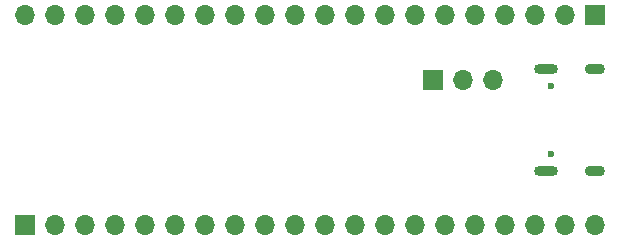
<source format=gbr>
%TF.GenerationSoftware,KiCad,Pcbnew,6.0.2+dfsg-1*%
%TF.CreationDate,2023-01-04T10:20:39-05:00*%
%TF.ProjectId,rp2040-basic-parts,72703230-3430-42d6-9261-7369632d7061,rev?*%
%TF.SameCoordinates,Original*%
%TF.FileFunction,Soldermask,Bot*%
%TF.FilePolarity,Negative*%
%FSLAX46Y46*%
G04 Gerber Fmt 4.6, Leading zero omitted, Abs format (unit mm)*
G04 Created by KiCad (PCBNEW 6.0.2+dfsg-1) date 2023-01-04 10:20:39*
%MOMM*%
%LPD*%
G01*
G04 APERTURE LIST*
%ADD10R,1.700000X1.700000*%
%ADD11O,1.700000X1.700000*%
%ADD12C,0.600000*%
%ADD13O,2.000000X0.900000*%
%ADD14O,1.700000X0.900000*%
G04 APERTURE END LIST*
D10*
%TO.C,J2*%
X167640000Y-101600000D03*
D11*
X165100000Y-101600000D03*
X162560000Y-101600000D03*
X160020000Y-101600000D03*
X157480000Y-101600000D03*
X154940000Y-101600000D03*
X152400000Y-101600000D03*
X149860000Y-101600000D03*
X147320000Y-101600000D03*
X144780000Y-101600000D03*
X142240000Y-101600000D03*
X139700000Y-101600000D03*
X137160000Y-101600000D03*
X134620000Y-101600000D03*
X132080000Y-101600000D03*
X129540000Y-101600000D03*
X127000000Y-101600000D03*
X124460000Y-101600000D03*
X121920000Y-101600000D03*
X119380000Y-101600000D03*
%TD*%
D10*
%TO.C,J3*%
X119380000Y-119380000D03*
D11*
X121920000Y-119380000D03*
X124460000Y-119380000D03*
X127000000Y-119380000D03*
X129540000Y-119380000D03*
X132080000Y-119380000D03*
X134620000Y-119380000D03*
X137160000Y-119380000D03*
X139700000Y-119380000D03*
X142240000Y-119380000D03*
X144780000Y-119380000D03*
X147320000Y-119380000D03*
X149860000Y-119380000D03*
X152400000Y-119380000D03*
X154940000Y-119380000D03*
X157480000Y-119380000D03*
X160020000Y-119380000D03*
X162560000Y-119380000D03*
X165100000Y-119380000D03*
X167640000Y-119380000D03*
%TD*%
D10*
%TO.C,JP1*%
X153939000Y-107061000D03*
D11*
X156479000Y-107061000D03*
X159019000Y-107061000D03*
%TD*%
D12*
%TO.C,J1*%
X163960000Y-107600000D03*
X163960000Y-113380000D03*
D13*
X163470000Y-114815000D03*
X163470000Y-106165000D03*
D14*
X167640000Y-114815000D03*
X167640000Y-106165000D03*
%TD*%
M02*

</source>
